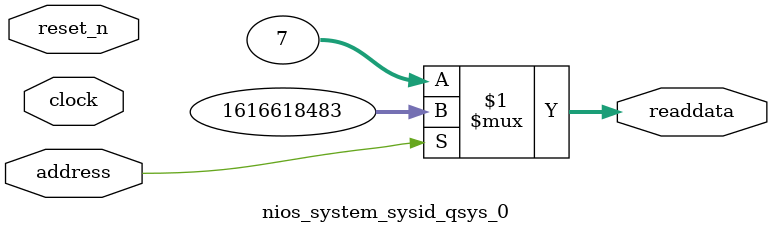
<source format=v>



// synthesis translate_off
`timescale 1ns / 1ps
// synthesis translate_on

// turn off superfluous verilog processor warnings 
// altera message_level Level1 
// altera message_off 10034 10035 10036 10037 10230 10240 10030 

module nios_system_sysid_qsys_0 (
               // inputs:
                address,
                clock,
                reset_n,

               // outputs:
                readdata
             )
;

  output  [ 31: 0] readdata;
  input            address;
  input            clock;
  input            reset_n;

  wire    [ 31: 0] readdata;
  //control_slave, which is an e_avalon_slave
  assign readdata = address ? 1616618483 : 7;

endmodule



</source>
